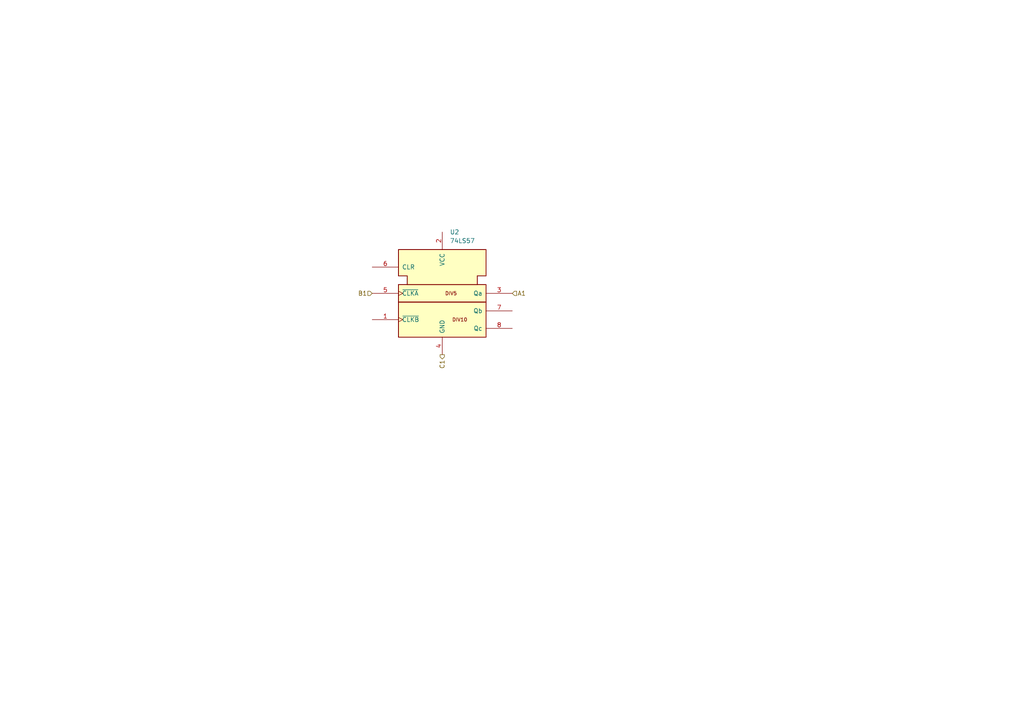
<source format=kicad_sch>
(kicad_sch (version 20231120) (generator "eeschema") (generator_version "8.0")
  (paper "A4")
  (lib_symbols
    (symbol "74xx_IEEE:74LS57" (pin_names (offset 1.016))
      (property "Reference" "U" (at 7.62 6.35 0))
      (property "Value" "74LS57" (at 7.62 -7.62 0))
      (symbol "74LS57_0_0"
        (rectangle (start -12.7 -2.54) (end 12.7 -12.7) (stroke (width 0.254)) (fill (type background)))
        (rectangle (start -12.7 2.54) (end 12.7 -2.54) (stroke (width 0.254)) (fill (type background)))
        (polyline (pts (xy -10.16 2.54) (xy -10.16 5.08) (xy -12.7 5.08) (xy -12.7 12.7) (xy 12.7 12.7) (xy 12.7 5.08) (xy 10.16 5.08) (xy 10.16 2.54) (xy 10.16 2.54)) (stroke (width 0.254)) (fill (type background)))
        (text "DIV10" (at 5.08 -7.62 0) (effects (font (size 1.016 1.016))))
        (text "DIV5" (at 2.54 0 0) (effects (font (size 1.016 1.016))))
      )
      (symbol "74LS57_0_1"
        (pin power_in line (at 0 17.78 270) (length 5.08) (name "VCC") (number "2"))
        (pin power_in line (at 0 -17.78 90) (length 5.08) (name "GND") (number "4"))
      )
      (symbol "74LS57_1_1"
        (pin input clock (at -20.32 -7.62 0) (length 7.62) (name "~{CLKB}") (number "1"))
        (pin output line (at 20.32 0 180) (length 7.62) (name "Qa") (number "3"))
        (pin input clock (at -20.32 0 0) (length 7.62) (name "~{CLKA}") (number "5"))
        (pin input line (at -20.32 7.62 0) (length 7.62) (name "CLR") (number "6"))
        (pin output line (at 20.32 -5.08 180) (length 7.62) (name "Qb") (number "7"))
        (pin output line (at 20.32 -10.16 180) (length 7.62) (name "Qc") (number "8"))
      )
    )
  )
  (hierarchical_label "A1" (shape input) (at 148.59 85.09 0))
  (hierarchical_label "B1" (shape input) (at 107.95 85.09 180))
  (hierarchical_label "C1" (shape output) (at 128.27 102.87 270))
  (symbol (lib_id "74xx_IEEE:74LS57") (at 128.27 85.09 0) (unit 1)
    (property "Reference" "U2" (at 130.4641 67.31 0) (effects (justify left)))
    (property "Value" "74LS57" (at 130.4641 69.85 0) (effects (justify left)))
  )
)
</source>
